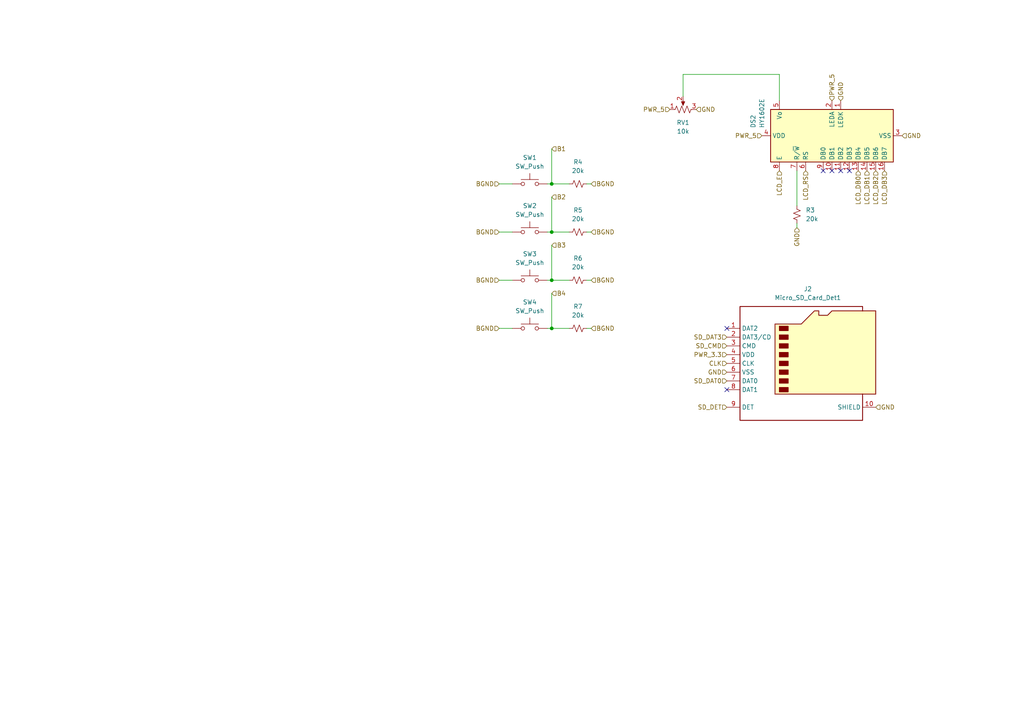
<source format=kicad_sch>
(kicad_sch (version 20230121) (generator eeschema)
  (paper "A4")
  (lib_symbols
    (symbol "Connector:Micro_SD_Card_Det1"
      (property "Reference" "J" (at -16.51 17.78 0))
      (property "Value" "Micro_SD_Card_Det1" (at 16.51 17.78 0))
      (symbol "Micro_SD_Card_Det1_0_1"
        (rectangle (start -7.62 -6.985) (end -5.08 -8.255) (stroke (width 0.254)) (fill (type outline)))
        (rectangle (start -7.62 -4.445) (end -5.08 -5.715) (stroke (width 0.254)) (fill (type outline)))
        (rectangle (start -7.62 -1.905) (end -5.08 -3.175) (stroke (width 0.254)) (fill (type outline)))
        (rectangle (start -7.62 0.635) (end -5.08 -0.635) (stroke (width 0.254)) (fill (type outline)))
        (rectangle (start -7.62 3.175) (end -5.08 1.905) (stroke (width 0.254)) (fill (type outline)))
        (rectangle (start -7.62 5.715) (end -5.08 4.445) (stroke (width 0.254)) (fill (type outline)))
        (rectangle (start -7.62 8.255) (end -5.08 6.985) (stroke (width 0.254)) (fill (type outline)))
        (rectangle (start -7.62 10.795) (end -5.08 9.525) (stroke (width 0.254)) (fill (type outline)))
        (polyline (pts (xy 16.51 15.24) (xy 16.51 16.51) (xy -19.05 16.51) (xy -19.05 -16.51) (xy 16.51 -16.51) (xy 16.51 -8.89)) (stroke (width 0.254)))
        (polyline (pts (xy -8.89 -8.89) (xy -8.89 11.43) (xy -1.27 11.43) (xy 2.54 15.24) (xy 3.81 15.24) (xy 3.81 13.97) (xy 6.35 13.97) (xy 7.62 15.24) (xy 20.32 15.24) (xy 20.32 -8.89) (xy -8.89 -8.89)) (stroke (width 0.254)) (fill (type background)))
      )
      (symbol "Micro_SD_Card_Det1_1_1"
        (pin bidirectional line (at -22.86 10.16 0) (length 3.81) (name "DAT2") (number "1"))
        (pin passive line (at 20.32 -12.7 180) (length 3.81) (name "SHIELD") (number "10"))
        (pin bidirectional line (at -22.86 7.62 0) (length 3.81) (name "DAT3/CD") (number "2"))
        (pin input line (at -22.86 5.08 0) (length 3.81) (name "CMD") (number "3"))
        (pin power_in line (at -22.86 2.54 0) (length 3.81) (name "VDD") (number "4"))
        (pin input line (at -22.86 0 0) (length 3.81) (name "CLK") (number "5"))
        (pin power_in line (at -22.86 -2.54 0) (length 3.81) (name "VSS") (number "6"))
        (pin bidirectional line (at -22.86 -5.08 0) (length 3.81) (name "DAT0") (number "7"))
        (pin bidirectional line (at -22.86 -7.62 0) (length 3.81) (name "DAT1") (number "8"))
        (pin passive line (at -22.86 -12.7 0) (length 3.81) (name "DET") (number "9"))
      )
    )
    (symbol "Device:R_Potentiometer_US" (pin_names (offset 1.016) hide)
      (property "Reference" "RV" (at -4.445 0 90))
      (property "Value" "R_Potentiometer_US" (at -2.54 0 90))
      (symbol "R_Potentiometer_US_0_1"
        (polyline (pts (xy 0 -2.286) (xy 0 -2.54)))
        (polyline (pts (xy 0 2.54) (xy 0 2.286)))
        (polyline (pts (xy 2.54 0) (xy 1.524 0)))
        (polyline (pts (xy 1.143 0) (xy 2.286 0.508) (xy 2.286 -0.508) (xy 1.143 0)) (fill (type outline)))
        (polyline (pts (xy 0 -0.762) (xy 1.016 -1.143) (xy 0 -1.524) (xy -1.016 -1.905) (xy 0 -2.286)))
        (polyline (pts (xy 0 0.762) (xy 1.016 0.381) (xy 0 0) (xy -1.016 -0.381) (xy 0 -0.762)))
        (polyline (pts (xy 0 2.286) (xy 1.016 1.905) (xy 0 1.524) (xy -1.016 1.143) (xy 0 0.762)))
      )
      (symbol "R_Potentiometer_US_1_1"
        (pin passive line (at 0 3.81 270) (length 1.27) (name "1") (number "1"))
        (pin passive line (at 3.81 0 180) (length 1.27) (name "2") (number "2"))
        (pin passive line (at 0 -3.81 90) (length 1.27) (name "3") (number "3"))
      )
    )
    (symbol "Device:R_Small_US" (pin_numbers hide) (pin_names (offset 0.254) hide)
      (property "Reference" "R" (at 0.762 0.508 0))
      (property "Value" "R_Small_US" (at 0.762 -1.016 0))
      (symbol "R_Small_US_1_1"
        (polyline (pts (xy 0 0) (xy 1.016 -0.381) (xy 0 -0.762) (xy -1.016 -1.143) (xy 0 -1.524)))
        (polyline (pts (xy 0 1.524) (xy 1.016 1.143) (xy 0 0.762) (xy -1.016 0.381) (xy 0 0)))
        (pin passive line (at 0 2.54 270) (length 1.016) (name "~") (number "1"))
        (pin passive line (at 0 -2.54 90) (length 1.016) (name "~") (number "2"))
      )
    )
    (symbol "Display_Character:HY1602E"
      (property "Reference" "DS" (at -6.096 19.05 0))
      (property "Value" "HY1602E" (at 5.08 19.05 0))
      (symbol "HY1602E_0_1"
        (rectangle (start -7.62 17.78) (end 7.62 -17.78) (stroke (width 0.254)) (fill (type background)))
      )
      (symbol "HY1602E_1_1"
        (pin passive line (at 10.16 -2.54 180) (length 2.54) (name "LEDK") (number "1"))
        (pin bidirectional line (at -10.16 0 0) (length 2.54) (name "DB1") (number "10"))
        (pin bidirectional line (at -10.16 -2.54 0) (length 2.54) (name "DB2") (number "11"))
        (pin bidirectional line (at -10.16 -5.08 0) (length 2.54) (name "DB3") (number "12"))
        (pin bidirectional line (at -10.16 -7.62 0) (length 2.54) (name "DB4") (number "13"))
        (pin bidirectional line (at -10.16 -10.16 0) (length 2.54) (name "DB5") (number "14"))
        (pin bidirectional line (at -10.16 -12.7 0) (length 2.54) (name "DB6") (number "15"))
        (pin bidirectional line (at -10.16 -15.24 0) (length 2.54) (name "DB7") (number "16"))
        (pin passive line (at 10.16 0 180) (length 2.54) (name "LEDA") (number "2"))
        (pin power_in line (at 0 -20.32 90) (length 2.54) (name "VSS") (number "3"))
        (pin power_in line (at 0 20.32 270) (length 2.54) (name "VDD") (number "4"))
        (pin input line (at 10.16 15.24 180) (length 2.54) (name "Vo") (number "5"))
        (pin input line (at -10.16 7.62 0) (length 2.54) (name "RS") (number "6"))
        (pin input line (at -10.16 10.16 0) (length 2.54) (name "R/~{W}") (number "7"))
        (pin input line (at -10.16 15.24 0) (length 2.54) (name "E") (number "8"))
        (pin bidirectional line (at -10.16 2.54 0) (length 2.54) (name "DB0") (number "9"))
      )
    )
    (symbol "Switch:SW_Push" (pin_numbers hide) (pin_names (offset 1.016) hide)
      (property "Reference" "SW" (at 1.27 2.54 0))
      (property "Value" "SW_Push" (at 0 -1.524 0))
      (symbol "SW_Push_0_1"
        (circle (center -2.032 0) (radius 0.508))
        (polyline (pts (xy 0 1.27) (xy 0 3.048)))
        (polyline (pts (xy 2.54 1.27) (xy -2.54 1.27)))
        (circle (center 2.032 0) (radius 0.508))
        (pin passive line (at -5.08 0 0) (length 2.54) (name "1") (number "1"))
        (pin passive line (at 5.08 0 180) (length 2.54) (name "2") (number "2"))
      )
    )
  )
  (junction (at 160.02 95.25))
  (junction (at 160.02 81.28))
  (junction (at 160.02 67.31))
  (junction (at 160.02 53.34))
  (no_connect (at 238.76 49.53))
  (no_connect (at 246.38 49.53))
  (no_connect (at 210.82 113.03))
  (no_connect (at 243.84 49.53))
  (no_connect (at 241.3 49.53))
  (no_connect (at 210.82 95.25))
  (wire (pts (xy 226.06 29.21) (xy 226.06 21.59)))
  (wire (pts (xy 158.75 53.34) (xy 160.02 53.34)))
  (wire (pts (xy 231.14 49.53) (xy 231.14 59.69)))
  (wire (pts (xy 144.78 53.34) (xy 148.59 53.34)))
  (wire (pts (xy 160.02 81.28) (xy 165.1 81.28)))
  (wire (pts (xy 198.12 21.59) (xy 198.12 27.94)))
  (wire (pts (xy 160.02 67.31) (xy 165.1 67.31)))
  (wire (pts (xy 158.75 67.31) (xy 160.02 67.31)))
  (wire (pts (xy 160.02 57.15) (xy 160.02 67.31)))
  (wire (pts (xy 160.02 95.25) (xy 165.1 95.25)))
  (wire (pts (xy 170.18 67.31) (xy 171.45 67.31)))
  (wire (pts (xy 160.02 43.18) (xy 160.02 53.34)))
  (wire (pts (xy 160.02 85.09) (xy 160.02 95.25)))
  (wire (pts (xy 231.14 66.04) (xy 231.14 64.77)))
  (wire (pts (xy 144.78 81.28) (xy 148.59 81.28)))
  (wire (pts (xy 170.18 95.25) (xy 171.45 95.25)))
  (wire (pts (xy 144.78 67.31) (xy 148.59 67.31)))
  (wire (pts (xy 158.75 95.25) (xy 160.02 95.25)))
  (wire (pts (xy 226.06 21.59) (xy 198.12 21.59)))
  (wire (pts (xy 158.75 81.28) (xy 160.02 81.28)))
  (wire (pts (xy 170.18 53.34) (xy 171.45 53.34)))
  (wire (pts (xy 160.02 53.34) (xy 165.1 53.34)))
  (wire (pts (xy 160.02 71.12) (xy 160.02 81.28)))
  (wire (pts (xy 170.18 81.28) (xy 171.45 81.28)))
  (wire (pts (xy 144.78 95.25) (xy 148.59 95.25)))
  (hierarchical_label "GND" (shape input) (at 201.93 31.75 0))
  (hierarchical_label "GND" (shape input) (at 210.82 107.95 180))
  (hierarchical_label "LCD_RS" (shape input) (at 233.68 49.53 270))
  (hierarchical_label "GND" (shape input) (at 254 118.11 0))
  (hierarchical_label "BGND" (shape input) (at 171.45 53.34 0))
  (hierarchical_label "LCD_DB0" (shape input) (at 248.92 49.53 270))
  (hierarchical_label "BGND" (shape input) (at 144.78 53.34 180))
  (hierarchical_label "BGND" (shape input) (at 144.78 95.25 180))
  (hierarchical_label "PWR_5" (shape input) (at 220.98 39.37 180))
  (hierarchical_label "LCD_DB2" (shape input) (at 254 49.53 270))
  (hierarchical_label "PWR_5" (shape input) (at 194.31 31.75 180))
  (hierarchical_label "BGND" (shape input) (at 171.45 81.28 0))
  (hierarchical_label "BGND" (shape input) (at 144.78 81.28 180))
  (hierarchical_label "LCD_E" (shape input) (at 226.06 49.53 270))
  (hierarchical_label "BGND" (shape input) (at 171.45 95.25 0))
  (hierarchical_label "SD_CMD" (shape input) (at 210.82 100.33 180))
  (hierarchical_label "B2" (shape input) (at 160.02 57.15 0))
  (hierarchical_label "B4" (shape input) (at 160.02 85.09 0))
  (hierarchical_label "BGND" (shape input) (at 171.45 67.31 0))
  (hierarchical_label "LCD_DB1" (shape input) (at 251.46 49.53 270))
  (hierarchical_label "GND" (shape input) (at 243.84 29.21 90))
  (hierarchical_label "B1" (shape input) (at 160.02 43.18 0))
  (hierarchical_label "SD_DAT3" (shape input) (at 210.82 97.79 180))
  (hierarchical_label "LCD_DB3" (shape input) (at 256.54 49.53 270))
  (hierarchical_label "SD_DAT0" (shape input) (at 210.82 110.49 180))
  (hierarchical_label "PWR_5" (shape input) (at 241.3 29.21 90))
  (hierarchical_label "BGND" (shape input) (at 144.78 67.31 180))
  (hierarchical_label "PWR_3.3" (shape input) (at 210.82 102.87 180))
  (hierarchical_label "CLK" (shape input) (at 210.82 105.41 180))
  (hierarchical_label "SD_DET" (shape input) (at 210.82 118.11 180))
  (hierarchical_label "GND" (shape input) (at 261.62 39.37 0))
  (hierarchical_label "B3" (shape input) (at 160.02 71.12 0))
  (hierarchical_label "GND" (shape input) (at 231.14 66.04 270))
  (symbol (lib_id "Device:R_Small_US") (at 167.64 67.31 90) (unit 1)
    (property "Reference" "R5" (at 167.64 60.96 90))
    (property "Value" "20k" (at 167.64 63.5 90))
  )
  (symbol (lib_id "Device:R_Small_US") (at 167.64 53.34 90) (unit 1)
    (property "Reference" "R4" (at 167.64 46.99 90))
    (property "Value" "20k" (at 167.64 49.53 90))
  )
  (symbol (lib_id "Switch:SW_Push") (at 153.67 53.34 0) (unit 1)
    (property "Reference" "SW1" (at 153.67 45.72 0))
    (property "Value" "SW_Push" (at 153.67 48.26 0))
  )
  (symbol (lib_id "Device:R_Small_US") (at 231.14 62.23 0) (unit 1)
    (property "Reference" "R3" (at 233.68 60.96 0) (effects (justify left)))
    (property "Value" "20k" (at 233.68 63.5 0) (effects (justify left)))
  )
  (symbol (lib_id "Device:R_Potentiometer_US") (at 198.12 31.75 90) (unit 1)
    (property "Reference" "RV1" (at 198.12 35.56 90))
    (property "Value" "10k" (at 198.12 38.1 90))
  )
  (symbol (lib_id "Switch:SW_Push") (at 153.67 95.25 0) (unit 1)
    (property "Reference" "SW4" (at 153.67 87.63 0))
    (property "Value" "SW_Push" (at 153.67 90.17 0))
  )
  (symbol (lib_id "Device:R_Small_US") (at 167.64 95.25 90) (unit 1)
    (property "Reference" "R7" (at 167.64 88.9 90))
    (property "Value" "20k" (at 167.64 91.44 90))
  )
  (symbol (lib_id "Connector:Micro_SD_Card_Det1") (at 233.68 105.41 0) (unit 1)
    (property "Reference" "J2" (at 234.315 83.82 0))
    (property "Value" "Micro_SD_Card_Det1" (at 234.315 86.36 0))
    (property "Datasheet" "https://datasheet.lcsc.com/lcsc/2110151630_XKB-Connectivity-XKTF-015-N_C381082.pdf" (effects hide))
  )
  (symbol (lib_id "Display_Character:HY1602E") (at 241.3 39.37 90) (unit 1)
    (property "Reference" "DS2" (at 218.44 37.1759 0) (effects (justify left)))
    (property "Value" "HY1602E" (at 220.98 37.1759 0) (effects (justify left)))
    (property "Footprint" "Display:HY1602E" (effects hide))
    (property "Datasheet" "http://www.icbank.com/data/ICBShop/board/HY1602E.pdf" (effects hide))
  )
  (symbol (lib_id "Switch:SW_Push") (at 153.67 67.31 0) (unit 1)
    (property "Reference" "SW2" (at 153.67 59.69 0))
    (property "Value" "SW_Push" (at 153.67 62.23 0))
  )
  (symbol (lib_id "Switch:SW_Push") (at 153.67 81.28 0) (unit 1)
    (property "Reference" "SW3" (at 153.67 73.66 0))
    (property "Value" "SW_Push" (at 153.67 76.2 0))
  )
  (symbol (lib_id "Device:R_Small_US") (at 167.64 81.28 90) (unit 1)
    (property "Reference" "R6" (at 167.64 74.93 90))
    (property "Value" "20k" (at 167.64 77.47 90))
  )
)
</source>
